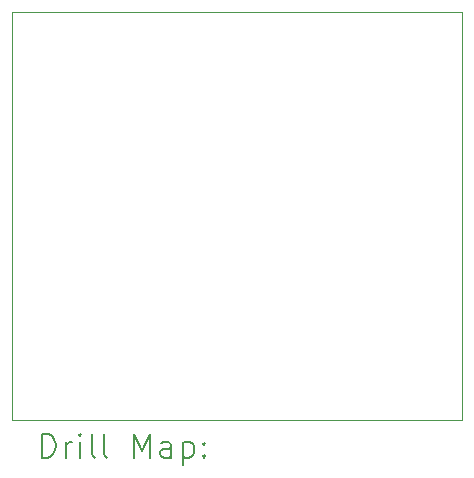
<source format=gbr>
%TF.GenerationSoftware,KiCad,Pcbnew,8.0.0*%
%TF.CreationDate,2024-04-17T17:35:24+02:00*%
%TF.ProjectId,Discharge Controller,44697363-6861-4726-9765-20436f6e7472,rev?*%
%TF.SameCoordinates,Original*%
%TF.FileFunction,Drillmap*%
%TF.FilePolarity,Positive*%
%FSLAX45Y45*%
G04 Gerber Fmt 4.5, Leading zero omitted, Abs format (unit mm)*
G04 Created by KiCad (PCBNEW 8.0.0) date 2024-04-17 17:35:24*
%MOMM*%
%LPD*%
G01*
G04 APERTURE LIST*
%ADD10C,0.100000*%
%ADD11C,0.200000*%
G04 APERTURE END LIST*
D10*
X14986000Y-5080000D02*
X18796000Y-5080000D01*
X18796000Y-8534400D01*
X14986000Y-8534400D01*
X14986000Y-5080000D01*
D11*
X15241777Y-8850884D02*
X15241777Y-8650884D01*
X15241777Y-8650884D02*
X15289396Y-8650884D01*
X15289396Y-8650884D02*
X15317967Y-8660408D01*
X15317967Y-8660408D02*
X15337015Y-8679455D01*
X15337015Y-8679455D02*
X15346539Y-8698503D01*
X15346539Y-8698503D02*
X15356062Y-8736598D01*
X15356062Y-8736598D02*
X15356062Y-8765170D01*
X15356062Y-8765170D02*
X15346539Y-8803265D01*
X15346539Y-8803265D02*
X15337015Y-8822312D01*
X15337015Y-8822312D02*
X15317967Y-8841360D01*
X15317967Y-8841360D02*
X15289396Y-8850884D01*
X15289396Y-8850884D02*
X15241777Y-8850884D01*
X15441777Y-8850884D02*
X15441777Y-8717550D01*
X15441777Y-8755646D02*
X15451301Y-8736598D01*
X15451301Y-8736598D02*
X15460824Y-8727074D01*
X15460824Y-8727074D02*
X15479872Y-8717550D01*
X15479872Y-8717550D02*
X15498920Y-8717550D01*
X15565586Y-8850884D02*
X15565586Y-8717550D01*
X15565586Y-8650884D02*
X15556062Y-8660408D01*
X15556062Y-8660408D02*
X15565586Y-8669931D01*
X15565586Y-8669931D02*
X15575110Y-8660408D01*
X15575110Y-8660408D02*
X15565586Y-8650884D01*
X15565586Y-8650884D02*
X15565586Y-8669931D01*
X15689396Y-8850884D02*
X15670348Y-8841360D01*
X15670348Y-8841360D02*
X15660824Y-8822312D01*
X15660824Y-8822312D02*
X15660824Y-8650884D01*
X15794158Y-8850884D02*
X15775110Y-8841360D01*
X15775110Y-8841360D02*
X15765586Y-8822312D01*
X15765586Y-8822312D02*
X15765586Y-8650884D01*
X16022729Y-8850884D02*
X16022729Y-8650884D01*
X16022729Y-8650884D02*
X16089396Y-8793741D01*
X16089396Y-8793741D02*
X16156062Y-8650884D01*
X16156062Y-8650884D02*
X16156062Y-8850884D01*
X16337015Y-8850884D02*
X16337015Y-8746122D01*
X16337015Y-8746122D02*
X16327491Y-8727074D01*
X16327491Y-8727074D02*
X16308443Y-8717550D01*
X16308443Y-8717550D02*
X16270348Y-8717550D01*
X16270348Y-8717550D02*
X16251301Y-8727074D01*
X16337015Y-8841360D02*
X16317967Y-8850884D01*
X16317967Y-8850884D02*
X16270348Y-8850884D01*
X16270348Y-8850884D02*
X16251301Y-8841360D01*
X16251301Y-8841360D02*
X16241777Y-8822312D01*
X16241777Y-8822312D02*
X16241777Y-8803265D01*
X16241777Y-8803265D02*
X16251301Y-8784217D01*
X16251301Y-8784217D02*
X16270348Y-8774693D01*
X16270348Y-8774693D02*
X16317967Y-8774693D01*
X16317967Y-8774693D02*
X16337015Y-8765170D01*
X16432253Y-8717550D02*
X16432253Y-8917550D01*
X16432253Y-8727074D02*
X16451301Y-8717550D01*
X16451301Y-8717550D02*
X16489396Y-8717550D01*
X16489396Y-8717550D02*
X16508443Y-8727074D01*
X16508443Y-8727074D02*
X16517967Y-8736598D01*
X16517967Y-8736598D02*
X16527491Y-8755646D01*
X16527491Y-8755646D02*
X16527491Y-8812789D01*
X16527491Y-8812789D02*
X16517967Y-8831836D01*
X16517967Y-8831836D02*
X16508443Y-8841360D01*
X16508443Y-8841360D02*
X16489396Y-8850884D01*
X16489396Y-8850884D02*
X16451301Y-8850884D01*
X16451301Y-8850884D02*
X16432253Y-8841360D01*
X16613205Y-8831836D02*
X16622729Y-8841360D01*
X16622729Y-8841360D02*
X16613205Y-8850884D01*
X16613205Y-8850884D02*
X16603682Y-8841360D01*
X16603682Y-8841360D02*
X16613205Y-8831836D01*
X16613205Y-8831836D02*
X16613205Y-8850884D01*
X16613205Y-8727074D02*
X16622729Y-8736598D01*
X16622729Y-8736598D02*
X16613205Y-8746122D01*
X16613205Y-8746122D02*
X16603682Y-8736598D01*
X16603682Y-8736598D02*
X16613205Y-8727074D01*
X16613205Y-8727074D02*
X16613205Y-8746122D01*
M02*

</source>
